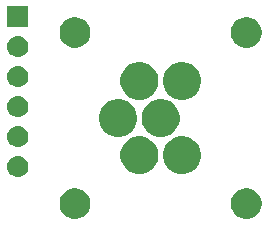
<source format=gbs>
G04 #@! TF.GenerationSoftware,KiCad,Pcbnew,5.1.4+dfsg1-1*
G04 #@! TF.CreationDate,2020-04-13T00:01:02+02:00*
G04 #@! TF.ProjectId,C245_conn,43323435-5f63-46f6-9e6e-2e6b69636164,rev?*
G04 #@! TF.SameCoordinates,Original*
G04 #@! TF.FileFunction,Soldermask,Bot*
G04 #@! TF.FilePolarity,Negative*
%FSLAX46Y46*%
G04 Gerber Fmt 4.6, Leading zero omitted, Abs format (unit mm)*
G04 Created by KiCad (PCBNEW 5.1.4+dfsg1-1) date 2020-04-13 00:01:02*
%MOMM*%
%LPD*%
G04 APERTURE LIST*
%ADD10C,0.100000*%
G04 APERTURE END LIST*
D10*
G36*
X93129487Y-106498996D02*
G01*
X93366253Y-106597068D01*
X93366255Y-106597069D01*
X93579339Y-106739447D01*
X93760553Y-106920661D01*
X93902932Y-107133747D01*
X94001004Y-107370513D01*
X94051000Y-107621861D01*
X94051000Y-107878139D01*
X94001004Y-108129487D01*
X93902932Y-108366253D01*
X93902931Y-108366255D01*
X93760553Y-108579339D01*
X93579339Y-108760553D01*
X93366255Y-108902931D01*
X93366254Y-108902932D01*
X93366253Y-108902932D01*
X93129487Y-109001004D01*
X92878139Y-109051000D01*
X92621861Y-109051000D01*
X92370513Y-109001004D01*
X92133747Y-108902932D01*
X92133746Y-108902932D01*
X92133745Y-108902931D01*
X91920661Y-108760553D01*
X91739447Y-108579339D01*
X91597069Y-108366255D01*
X91597068Y-108366253D01*
X91498996Y-108129487D01*
X91449000Y-107878139D01*
X91449000Y-107621861D01*
X91498996Y-107370513D01*
X91597068Y-107133747D01*
X91739447Y-106920661D01*
X91920661Y-106739447D01*
X92133745Y-106597069D01*
X92133747Y-106597068D01*
X92370513Y-106498996D01*
X92621861Y-106449000D01*
X92878139Y-106449000D01*
X93129487Y-106498996D01*
X93129487Y-106498996D01*
G37*
G36*
X107629487Y-106498996D02*
G01*
X107866253Y-106597068D01*
X107866255Y-106597069D01*
X108079339Y-106739447D01*
X108260553Y-106920661D01*
X108402932Y-107133747D01*
X108501004Y-107370513D01*
X108551000Y-107621861D01*
X108551000Y-107878139D01*
X108501004Y-108129487D01*
X108402932Y-108366253D01*
X108402931Y-108366255D01*
X108260553Y-108579339D01*
X108079339Y-108760553D01*
X107866255Y-108902931D01*
X107866254Y-108902932D01*
X107866253Y-108902932D01*
X107629487Y-109001004D01*
X107378139Y-109051000D01*
X107121861Y-109051000D01*
X106870513Y-109001004D01*
X106633747Y-108902932D01*
X106633746Y-108902932D01*
X106633745Y-108902931D01*
X106420661Y-108760553D01*
X106239447Y-108579339D01*
X106097069Y-108366255D01*
X106097068Y-108366253D01*
X105998996Y-108129487D01*
X105949000Y-107878139D01*
X105949000Y-107621861D01*
X105998996Y-107370513D01*
X106097068Y-107133747D01*
X106239447Y-106920661D01*
X106420661Y-106739447D01*
X106633745Y-106597069D01*
X106633747Y-106597068D01*
X106870513Y-106498996D01*
X107121861Y-106449000D01*
X107378139Y-106449000D01*
X107629487Y-106498996D01*
X107629487Y-106498996D01*
G37*
G36*
X88010442Y-103705518D02*
G01*
X88076627Y-103712037D01*
X88246466Y-103763557D01*
X88402991Y-103847222D01*
X88438729Y-103876552D01*
X88540186Y-103959814D01*
X88623448Y-104061271D01*
X88652778Y-104097009D01*
X88736443Y-104253534D01*
X88787963Y-104423373D01*
X88805359Y-104600000D01*
X88787963Y-104776627D01*
X88736443Y-104946466D01*
X88652778Y-105102991D01*
X88623448Y-105138729D01*
X88540186Y-105240186D01*
X88438729Y-105323448D01*
X88402991Y-105352778D01*
X88246466Y-105436443D01*
X88076627Y-105487963D01*
X88010442Y-105494482D01*
X87944260Y-105501000D01*
X87855740Y-105501000D01*
X87789557Y-105494481D01*
X87723373Y-105487963D01*
X87553534Y-105436443D01*
X87397009Y-105352778D01*
X87361271Y-105323448D01*
X87259814Y-105240186D01*
X87176552Y-105138729D01*
X87147222Y-105102991D01*
X87063557Y-104946466D01*
X87012037Y-104776627D01*
X86994641Y-104600000D01*
X87012037Y-104423373D01*
X87063557Y-104253534D01*
X87147222Y-104097009D01*
X87176552Y-104061271D01*
X87259814Y-103959814D01*
X87361271Y-103876552D01*
X87397009Y-103847222D01*
X87553534Y-103763557D01*
X87723373Y-103712037D01*
X87789557Y-103705519D01*
X87855740Y-103699000D01*
X87944260Y-103699000D01*
X88010442Y-103705518D01*
X88010442Y-103705518D01*
G37*
G36*
X98396217Y-102056665D02*
G01*
X98666995Y-102110525D01*
X98958358Y-102231212D01*
X99220578Y-102406422D01*
X99443578Y-102629422D01*
X99618788Y-102891642D01*
X99739475Y-103183005D01*
X99801000Y-103492315D01*
X99801000Y-103807685D01*
X99739475Y-104116995D01*
X99618788Y-104408358D01*
X99443578Y-104670578D01*
X99220578Y-104893578D01*
X98958358Y-105068788D01*
X98666995Y-105189475D01*
X98412056Y-105240185D01*
X98357686Y-105251000D01*
X98042314Y-105251000D01*
X97987944Y-105240185D01*
X97733005Y-105189475D01*
X97441642Y-105068788D01*
X97179422Y-104893578D01*
X96956422Y-104670578D01*
X96781212Y-104408358D01*
X96660525Y-104116995D01*
X96599000Y-103807685D01*
X96599000Y-103492315D01*
X96660525Y-103183005D01*
X96781212Y-102891642D01*
X96956422Y-102629422D01*
X97179422Y-102406422D01*
X97441642Y-102231212D01*
X97733005Y-102110525D01*
X98003783Y-102056665D01*
X98042314Y-102049000D01*
X98357686Y-102049000D01*
X98396217Y-102056665D01*
X98396217Y-102056665D01*
G37*
G36*
X101996217Y-102056665D02*
G01*
X102266995Y-102110525D01*
X102558358Y-102231212D01*
X102820578Y-102406422D01*
X103043578Y-102629422D01*
X103218788Y-102891642D01*
X103339475Y-103183005D01*
X103401000Y-103492315D01*
X103401000Y-103807685D01*
X103339475Y-104116995D01*
X103218788Y-104408358D01*
X103043578Y-104670578D01*
X102820578Y-104893578D01*
X102558358Y-105068788D01*
X102266995Y-105189475D01*
X102012056Y-105240185D01*
X101957686Y-105251000D01*
X101642314Y-105251000D01*
X101587944Y-105240185D01*
X101333005Y-105189475D01*
X101041642Y-105068788D01*
X100779422Y-104893578D01*
X100556422Y-104670578D01*
X100381212Y-104408358D01*
X100260525Y-104116995D01*
X100199000Y-103807685D01*
X100199000Y-103492315D01*
X100260525Y-103183005D01*
X100381212Y-102891642D01*
X100556422Y-102629422D01*
X100779422Y-102406422D01*
X101041642Y-102231212D01*
X101333005Y-102110525D01*
X101603783Y-102056665D01*
X101642314Y-102049000D01*
X101957686Y-102049000D01*
X101996217Y-102056665D01*
X101996217Y-102056665D01*
G37*
G36*
X88010443Y-101165519D02*
G01*
X88076627Y-101172037D01*
X88246466Y-101223557D01*
X88402991Y-101307222D01*
X88438729Y-101336552D01*
X88540186Y-101419814D01*
X88622879Y-101520577D01*
X88652778Y-101557009D01*
X88736443Y-101713534D01*
X88787963Y-101883373D01*
X88805359Y-102060000D01*
X88787963Y-102236627D01*
X88736443Y-102406466D01*
X88652778Y-102562991D01*
X88623448Y-102598729D01*
X88540186Y-102700186D01*
X88438729Y-102783448D01*
X88402991Y-102812778D01*
X88246466Y-102896443D01*
X88076627Y-102947963D01*
X88010443Y-102954481D01*
X87944260Y-102961000D01*
X87855740Y-102961000D01*
X87789557Y-102954481D01*
X87723373Y-102947963D01*
X87553534Y-102896443D01*
X87397009Y-102812778D01*
X87361271Y-102783448D01*
X87259814Y-102700186D01*
X87176552Y-102598729D01*
X87147222Y-102562991D01*
X87063557Y-102406466D01*
X87012037Y-102236627D01*
X86994641Y-102060000D01*
X87012037Y-101883373D01*
X87063557Y-101713534D01*
X87147222Y-101557009D01*
X87177121Y-101520577D01*
X87259814Y-101419814D01*
X87361271Y-101336552D01*
X87397009Y-101307222D01*
X87553534Y-101223557D01*
X87723373Y-101172037D01*
X87789557Y-101165519D01*
X87855740Y-101159000D01*
X87944260Y-101159000D01*
X88010443Y-101165519D01*
X88010443Y-101165519D01*
G37*
G36*
X100196217Y-98906665D02*
G01*
X100466995Y-98960525D01*
X100758358Y-99081212D01*
X101020578Y-99256422D01*
X101243578Y-99479422D01*
X101418788Y-99741642D01*
X101539475Y-100033005D01*
X101601000Y-100342315D01*
X101601000Y-100657685D01*
X101539475Y-100966995D01*
X101418788Y-101258358D01*
X101243578Y-101520578D01*
X101020578Y-101743578D01*
X100758358Y-101918788D01*
X100466995Y-102039475D01*
X100196217Y-102093335D01*
X100157686Y-102101000D01*
X99842314Y-102101000D01*
X99803783Y-102093335D01*
X99533005Y-102039475D01*
X99241642Y-101918788D01*
X98979422Y-101743578D01*
X98756422Y-101520578D01*
X98581212Y-101258358D01*
X98460525Y-100966995D01*
X98399000Y-100657685D01*
X98399000Y-100342315D01*
X98460525Y-100033005D01*
X98581212Y-99741642D01*
X98756422Y-99479422D01*
X98979422Y-99256422D01*
X99241642Y-99081212D01*
X99533005Y-98960525D01*
X99803783Y-98906665D01*
X99842314Y-98899000D01*
X100157686Y-98899000D01*
X100196217Y-98906665D01*
X100196217Y-98906665D01*
G37*
G36*
X96596217Y-98906665D02*
G01*
X96866995Y-98960525D01*
X97158358Y-99081212D01*
X97420578Y-99256422D01*
X97643578Y-99479422D01*
X97818788Y-99741642D01*
X97939475Y-100033005D01*
X98001000Y-100342315D01*
X98001000Y-100657685D01*
X97939475Y-100966995D01*
X97818788Y-101258358D01*
X97643578Y-101520578D01*
X97420578Y-101743578D01*
X97158358Y-101918788D01*
X96866995Y-102039475D01*
X96596217Y-102093335D01*
X96557686Y-102101000D01*
X96242314Y-102101000D01*
X96203783Y-102093335D01*
X95933005Y-102039475D01*
X95641642Y-101918788D01*
X95379422Y-101743578D01*
X95156422Y-101520578D01*
X94981212Y-101258358D01*
X94860525Y-100966995D01*
X94799000Y-100657685D01*
X94799000Y-100342315D01*
X94860525Y-100033005D01*
X94981212Y-99741642D01*
X95156422Y-99479422D01*
X95379422Y-99256422D01*
X95641642Y-99081212D01*
X95933005Y-98960525D01*
X96203783Y-98906665D01*
X96242314Y-98899000D01*
X96557686Y-98899000D01*
X96596217Y-98906665D01*
X96596217Y-98906665D01*
G37*
G36*
X88010442Y-98625518D02*
G01*
X88076627Y-98632037D01*
X88246466Y-98683557D01*
X88402991Y-98767222D01*
X88438729Y-98796552D01*
X88540186Y-98879814D01*
X88623448Y-98981271D01*
X88652778Y-99017009D01*
X88736443Y-99173534D01*
X88787963Y-99343373D01*
X88805359Y-99520000D01*
X88787963Y-99696627D01*
X88736443Y-99866466D01*
X88652778Y-100022991D01*
X88644558Y-100033007D01*
X88540186Y-100160186D01*
X88438729Y-100243448D01*
X88402991Y-100272778D01*
X88402989Y-100272779D01*
X88272898Y-100342315D01*
X88246466Y-100356443D01*
X88076627Y-100407963D01*
X88010442Y-100414482D01*
X87944260Y-100421000D01*
X87855740Y-100421000D01*
X87789558Y-100414482D01*
X87723373Y-100407963D01*
X87553534Y-100356443D01*
X87527103Y-100342315D01*
X87397011Y-100272779D01*
X87397009Y-100272778D01*
X87361271Y-100243448D01*
X87259814Y-100160186D01*
X87155442Y-100033007D01*
X87147222Y-100022991D01*
X87063557Y-99866466D01*
X87012037Y-99696627D01*
X86994641Y-99520000D01*
X87012037Y-99343373D01*
X87063557Y-99173534D01*
X87147222Y-99017009D01*
X87176552Y-98981271D01*
X87259814Y-98879814D01*
X87361271Y-98796552D01*
X87397009Y-98767222D01*
X87553534Y-98683557D01*
X87723373Y-98632037D01*
X87789558Y-98625518D01*
X87855740Y-98619000D01*
X87944260Y-98619000D01*
X88010442Y-98625518D01*
X88010442Y-98625518D01*
G37*
G36*
X101996217Y-95756665D02*
G01*
X102266995Y-95810525D01*
X102558358Y-95931212D01*
X102820578Y-96106422D01*
X103043578Y-96329422D01*
X103218788Y-96591642D01*
X103339475Y-96883005D01*
X103401000Y-97192315D01*
X103401000Y-97507685D01*
X103339475Y-97816995D01*
X103218788Y-98108358D01*
X103043578Y-98370578D01*
X102820578Y-98593578D01*
X102558358Y-98768788D01*
X102266995Y-98889475D01*
X101996217Y-98943335D01*
X101957686Y-98951000D01*
X101642314Y-98951000D01*
X101603783Y-98943335D01*
X101333005Y-98889475D01*
X101041642Y-98768788D01*
X100779422Y-98593578D01*
X100556422Y-98370578D01*
X100381212Y-98108358D01*
X100260525Y-97816995D01*
X100199000Y-97507685D01*
X100199000Y-97192315D01*
X100260525Y-96883005D01*
X100381212Y-96591642D01*
X100556422Y-96329422D01*
X100779422Y-96106422D01*
X101041642Y-95931212D01*
X101333005Y-95810525D01*
X101603783Y-95756665D01*
X101642314Y-95749000D01*
X101957686Y-95749000D01*
X101996217Y-95756665D01*
X101996217Y-95756665D01*
G37*
G36*
X98396217Y-95756665D02*
G01*
X98666995Y-95810525D01*
X98958358Y-95931212D01*
X99220578Y-96106422D01*
X99443578Y-96329422D01*
X99618788Y-96591642D01*
X99739475Y-96883005D01*
X99801000Y-97192315D01*
X99801000Y-97507685D01*
X99739475Y-97816995D01*
X99618788Y-98108358D01*
X99443578Y-98370578D01*
X99220578Y-98593578D01*
X98958358Y-98768788D01*
X98666995Y-98889475D01*
X98396217Y-98943335D01*
X98357686Y-98951000D01*
X98042314Y-98951000D01*
X98003783Y-98943335D01*
X97733005Y-98889475D01*
X97441642Y-98768788D01*
X97179422Y-98593578D01*
X96956422Y-98370578D01*
X96781212Y-98108358D01*
X96660525Y-97816995D01*
X96599000Y-97507685D01*
X96599000Y-97192315D01*
X96660525Y-96883005D01*
X96781212Y-96591642D01*
X96956422Y-96329422D01*
X97179422Y-96106422D01*
X97441642Y-95931212D01*
X97733005Y-95810525D01*
X98003783Y-95756665D01*
X98042314Y-95749000D01*
X98357686Y-95749000D01*
X98396217Y-95756665D01*
X98396217Y-95756665D01*
G37*
G36*
X88010443Y-96085519D02*
G01*
X88076627Y-96092037D01*
X88246466Y-96143557D01*
X88402991Y-96227222D01*
X88438729Y-96256552D01*
X88540186Y-96339814D01*
X88623448Y-96441271D01*
X88652778Y-96477009D01*
X88736443Y-96633534D01*
X88787963Y-96803373D01*
X88805359Y-96980000D01*
X88787963Y-97156627D01*
X88736443Y-97326466D01*
X88652778Y-97482991D01*
X88632512Y-97507685D01*
X88540186Y-97620186D01*
X88438729Y-97703448D01*
X88402991Y-97732778D01*
X88246466Y-97816443D01*
X88076627Y-97867963D01*
X88010443Y-97874481D01*
X87944260Y-97881000D01*
X87855740Y-97881000D01*
X87789558Y-97874482D01*
X87723373Y-97867963D01*
X87553534Y-97816443D01*
X87397009Y-97732778D01*
X87361271Y-97703448D01*
X87259814Y-97620186D01*
X87167488Y-97507685D01*
X87147222Y-97482991D01*
X87063557Y-97326466D01*
X87012037Y-97156627D01*
X86994641Y-96980000D01*
X87012037Y-96803373D01*
X87063557Y-96633534D01*
X87147222Y-96477009D01*
X87176552Y-96441271D01*
X87259814Y-96339814D01*
X87361271Y-96256552D01*
X87397009Y-96227222D01*
X87553534Y-96143557D01*
X87723373Y-96092037D01*
X87789557Y-96085519D01*
X87855740Y-96079000D01*
X87944260Y-96079000D01*
X88010443Y-96085519D01*
X88010443Y-96085519D01*
G37*
G36*
X88010442Y-93545518D02*
G01*
X88076627Y-93552037D01*
X88246466Y-93603557D01*
X88402991Y-93687222D01*
X88438729Y-93716552D01*
X88540186Y-93799814D01*
X88623448Y-93901271D01*
X88652778Y-93937009D01*
X88736443Y-94093534D01*
X88787963Y-94263373D01*
X88805359Y-94440000D01*
X88787963Y-94616627D01*
X88736443Y-94786466D01*
X88652778Y-94942991D01*
X88623448Y-94978729D01*
X88540186Y-95080186D01*
X88438729Y-95163448D01*
X88402991Y-95192778D01*
X88246466Y-95276443D01*
X88076627Y-95327963D01*
X88010443Y-95334481D01*
X87944260Y-95341000D01*
X87855740Y-95341000D01*
X87789557Y-95334481D01*
X87723373Y-95327963D01*
X87553534Y-95276443D01*
X87397009Y-95192778D01*
X87361271Y-95163448D01*
X87259814Y-95080186D01*
X87176552Y-94978729D01*
X87147222Y-94942991D01*
X87063557Y-94786466D01*
X87012037Y-94616627D01*
X86994641Y-94440000D01*
X87012037Y-94263373D01*
X87063557Y-94093534D01*
X87147222Y-93937009D01*
X87176552Y-93901271D01*
X87259814Y-93799814D01*
X87361271Y-93716552D01*
X87397009Y-93687222D01*
X87553534Y-93603557D01*
X87723373Y-93552037D01*
X87789558Y-93545518D01*
X87855740Y-93539000D01*
X87944260Y-93539000D01*
X88010442Y-93545518D01*
X88010442Y-93545518D01*
G37*
G36*
X107629487Y-91998996D02*
G01*
X107866253Y-92097068D01*
X107866255Y-92097069D01*
X108079339Y-92239447D01*
X108260553Y-92420661D01*
X108402932Y-92633747D01*
X108501004Y-92870513D01*
X108551000Y-93121861D01*
X108551000Y-93378139D01*
X108501004Y-93629487D01*
X108402932Y-93866253D01*
X108402931Y-93866255D01*
X108260553Y-94079339D01*
X108079339Y-94260553D01*
X107866255Y-94402931D01*
X107866254Y-94402932D01*
X107866253Y-94402932D01*
X107629487Y-94501004D01*
X107378139Y-94551000D01*
X107121861Y-94551000D01*
X106870513Y-94501004D01*
X106633747Y-94402932D01*
X106633746Y-94402932D01*
X106633745Y-94402931D01*
X106420661Y-94260553D01*
X106239447Y-94079339D01*
X106097069Y-93866255D01*
X106097068Y-93866253D01*
X105998996Y-93629487D01*
X105949000Y-93378139D01*
X105949000Y-93121861D01*
X105998996Y-92870513D01*
X106097068Y-92633747D01*
X106239447Y-92420661D01*
X106420661Y-92239447D01*
X106633745Y-92097069D01*
X106633747Y-92097068D01*
X106870513Y-91998996D01*
X107121861Y-91949000D01*
X107378139Y-91949000D01*
X107629487Y-91998996D01*
X107629487Y-91998996D01*
G37*
G36*
X93129487Y-91998996D02*
G01*
X93366253Y-92097068D01*
X93366255Y-92097069D01*
X93579339Y-92239447D01*
X93760553Y-92420661D01*
X93902932Y-92633747D01*
X94001004Y-92870513D01*
X94051000Y-93121861D01*
X94051000Y-93378139D01*
X94001004Y-93629487D01*
X93902932Y-93866253D01*
X93902931Y-93866255D01*
X93760553Y-94079339D01*
X93579339Y-94260553D01*
X93366255Y-94402931D01*
X93366254Y-94402932D01*
X93366253Y-94402932D01*
X93129487Y-94501004D01*
X92878139Y-94551000D01*
X92621861Y-94551000D01*
X92370513Y-94501004D01*
X92133747Y-94402932D01*
X92133746Y-94402932D01*
X92133745Y-94402931D01*
X91920661Y-94260553D01*
X91739447Y-94079339D01*
X91597069Y-93866255D01*
X91597068Y-93866253D01*
X91498996Y-93629487D01*
X91449000Y-93378139D01*
X91449000Y-93121861D01*
X91498996Y-92870513D01*
X91597068Y-92633747D01*
X91739447Y-92420661D01*
X91920661Y-92239447D01*
X92133745Y-92097069D01*
X92133747Y-92097068D01*
X92370513Y-91998996D01*
X92621861Y-91949000D01*
X92878139Y-91949000D01*
X93129487Y-91998996D01*
X93129487Y-91998996D01*
G37*
G36*
X88801000Y-92801000D02*
G01*
X86999000Y-92801000D01*
X86999000Y-90999000D01*
X88801000Y-90999000D01*
X88801000Y-92801000D01*
X88801000Y-92801000D01*
G37*
M02*

</source>
